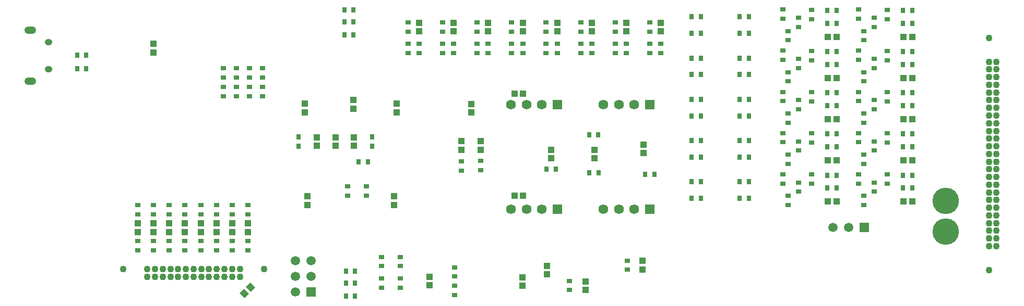
<source format=gbr>
%TF.GenerationSoftware,Altium Limited,Altium Designer,22.4.2 (48)*%
G04 Layer_Color=255*
%FSLAX45Y45*%
%MOMM*%
%TF.SameCoordinates,1579B7B8-C0FA-446B-BA7A-E71437B095E0*%
%TF.FilePolarity,Positive*%
%TF.FileFunction,Pads,Bot*%
%TF.Part,Single*%
G01*
G75*
%TA.AperFunction,SMDPad,CuDef*%
%ADD20R,1.10000X1.05000*%
%ADD21R,1.05000X1.10000*%
%ADD25R,0.90000X0.70000*%
%ADD43R,0.70000X0.90000*%
%TA.AperFunction,ComponentPad*%
%ADD74C,1.59000*%
%ADD75R,1.59000X1.59000*%
%ADD76C,1.10000*%
%ADD77C,4.30000*%
%ADD78C,1.50000*%
%ADD79R,1.50000X1.50000*%
%ADD80O,1.25000X1.05000*%
%ADD81O,1.90000X1.20000*%
%ADD82R,1.50000X1.50000*%
%TA.AperFunction,SMDPad,CuDef*%
%ADD91R,0.70000X0.85000*%
%TA.AperFunction,ConnectorPad*%
%ADD92R,0.70000X0.90000*%
%TA.AperFunction,SMDPad,CuDef*%
G04:AMPARAMS|DCode=93|XSize=1.1mm|YSize=1.05mm|CornerRadius=0mm|HoleSize=0mm|Usage=FLASHONLY|Rotation=315.000|XOffset=0mm|YOffset=0mm|HoleType=Round|Shape=Rectangle|*
%AMROTATEDRECTD93*
4,1,4,-0.76014,0.01768,-0.01768,0.76014,0.76014,-0.01768,0.01768,-0.76014,-0.76014,0.01768,0.0*
%
%ADD93ROTATEDRECTD93*%

D20*
X4170001Y2370000D02*
D03*
Y2230000D02*
D03*
X9600002Y3569999D02*
D03*
Y3429998D02*
D03*
X6100000Y3630000D02*
D03*
Y3770000D02*
D03*
X6400000Y3630000D02*
D03*
Y3770000D02*
D03*
X11080000Y1760000D02*
D03*
Y1620000D02*
D03*
X8307497Y4313751D02*
D03*
Y4173751D02*
D03*
X10300000Y3570002D02*
D03*
Y3430002D02*
D03*
X11100000Y3655000D02*
D03*
Y3515000D02*
D03*
X8140000Y3710000D02*
D03*
Y3570000D02*
D03*
X8455000Y3710000D02*
D03*
Y3570000D02*
D03*
X3150000Y5290000D02*
D03*
Y5150000D02*
D03*
X6395000Y4235000D02*
D03*
Y4375000D02*
D03*
X5650000Y2810000D02*
D03*
Y2670000D02*
D03*
X5605000Y4180000D02*
D03*
Y4320000D02*
D03*
X7090000Y4180000D02*
D03*
Y4320000D02*
D03*
X7050000Y2670000D02*
D03*
Y2810000D02*
D03*
X5800000Y3630000D02*
D03*
Y3770000D02*
D03*
X7630000Y1500991D02*
D03*
Y1360991D02*
D03*
X9535002Y1540001D02*
D03*
Y1680001D02*
D03*
X10155002Y1285001D02*
D03*
Y1425001D02*
D03*
X9135002Y1352502D02*
D03*
Y1492502D02*
D03*
X2895001Y2370000D02*
D03*
Y2230000D02*
D03*
X3150001Y2370000D02*
D03*
Y2230000D02*
D03*
X4425001Y2370000D02*
D03*
Y2230000D02*
D03*
X3660001Y2370000D02*
D03*
Y2230000D02*
D03*
X3405001Y2370000D02*
D03*
Y2230000D02*
D03*
X3915001Y2370000D02*
D03*
Y2230000D02*
D03*
X4680001Y2370000D02*
D03*
Y2230000D02*
D03*
X8579007Y5494999D02*
D03*
Y5634998D02*
D03*
X9139007Y5494999D02*
D03*
Y5634998D02*
D03*
X8019007Y5494999D02*
D03*
Y5634998D02*
D03*
X7459007D02*
D03*
Y5494999D02*
D03*
X10259007D02*
D03*
Y5634998D02*
D03*
X11379006Y5494999D02*
D03*
Y5634998D02*
D03*
X9699007Y5494999D02*
D03*
Y5634998D02*
D03*
X10819007Y5494999D02*
D03*
Y5634998D02*
D03*
D21*
X9005000Y4480000D02*
D03*
X9145000D02*
D03*
X9005000Y2825000D02*
D03*
X9145000D02*
D03*
X15455000Y3394998D02*
D03*
X15314999D02*
D03*
X14089999Y2724998D02*
D03*
X14230000D02*
D03*
X15455000Y5405000D02*
D03*
X15314999D02*
D03*
X14230005Y4064998D02*
D03*
X14089999D02*
D03*
X14230000Y3394998D02*
D03*
X14089999D02*
D03*
X14230000Y4734998D02*
D03*
X14089999D02*
D03*
X14230000Y5404998D02*
D03*
X14089999D02*
D03*
X15455000Y4064998D02*
D03*
X15314999D02*
D03*
X15455005Y2724998D02*
D03*
X15314999D02*
D03*
X15455000Y4734998D02*
D03*
X15314999D02*
D03*
D25*
X6850000Y1475000D02*
D03*
Y1325000D02*
D03*
Y1825000D02*
D03*
Y1675000D02*
D03*
X4285000Y4440000D02*
D03*
Y4590000D02*
D03*
Y4745000D02*
D03*
Y4895000D02*
D03*
X4170001Y2515000D02*
D03*
Y2665000D02*
D03*
Y1935000D02*
D03*
Y2085000D02*
D03*
X6600000Y2825000D02*
D03*
Y2975000D02*
D03*
X6300000Y2975000D02*
D03*
Y2825000D02*
D03*
X10835000Y1615000D02*
D03*
Y1765000D02*
D03*
X7150000Y1675000D02*
D03*
Y1825000D02*
D03*
Y1325000D02*
D03*
Y1475000D02*
D03*
X8140000Y3230000D02*
D03*
Y3380000D02*
D03*
X8455000Y3390000D02*
D03*
Y3240000D02*
D03*
X4495000Y4895000D02*
D03*
Y4745000D02*
D03*
Y4590000D02*
D03*
Y4440000D02*
D03*
X4705000Y4895000D02*
D03*
Y4745000D02*
D03*
Y4590000D02*
D03*
Y4440000D02*
D03*
X4915000Y4590000D02*
D03*
Y4440000D02*
D03*
Y4895000D02*
D03*
Y4745000D02*
D03*
X8030000Y1355000D02*
D03*
Y1205000D02*
D03*
X8030000Y1505000D02*
D03*
Y1655000D02*
D03*
X9895682Y1435001D02*
D03*
Y1285001D02*
D03*
X2895001Y1935000D02*
D03*
Y2085000D02*
D03*
Y2515000D02*
D03*
Y2665000D02*
D03*
X3150001Y1935000D02*
D03*
Y2085000D02*
D03*
Y2515000D02*
D03*
Y2665000D02*
D03*
X4425001Y2515000D02*
D03*
Y2665000D02*
D03*
Y1935000D02*
D03*
Y2085000D02*
D03*
X3660001Y2515000D02*
D03*
Y2665000D02*
D03*
Y1935000D02*
D03*
Y2085000D02*
D03*
X3405001Y2515000D02*
D03*
Y2665000D02*
D03*
Y1935000D02*
D03*
Y2085000D02*
D03*
X3915001Y2515000D02*
D03*
Y2665000D02*
D03*
Y1935000D02*
D03*
Y2085000D02*
D03*
X4680001Y2515000D02*
D03*
Y2665000D02*
D03*
Y1935000D02*
D03*
Y2085000D02*
D03*
X8399007Y5639997D02*
D03*
Y5490000D02*
D03*
X8579007Y5144997D02*
D03*
Y5294999D02*
D03*
X8399007Y5144997D02*
D03*
Y5294999D02*
D03*
X8959007Y5639997D02*
D03*
Y5490000D02*
D03*
X9139007Y5144997D02*
D03*
Y5294999D02*
D03*
X8959007Y5144997D02*
D03*
Y5294999D02*
D03*
X7839007Y5639997D02*
D03*
Y5490000D02*
D03*
X8019007Y5144997D02*
D03*
Y5294999D02*
D03*
X7839007Y5144997D02*
D03*
Y5294999D02*
D03*
X7279008Y5490000D02*
D03*
Y5639997D02*
D03*
X7459007Y5294999D02*
D03*
Y5144997D02*
D03*
X7279008Y5294999D02*
D03*
Y5144997D02*
D03*
X10079007Y5639997D02*
D03*
Y5490000D02*
D03*
X10259007Y5144997D02*
D03*
Y5294999D02*
D03*
X10079007Y5144997D02*
D03*
Y5294999D02*
D03*
X11199007Y5639997D02*
D03*
Y5490000D02*
D03*
X11379006Y5144997D02*
D03*
Y5294999D02*
D03*
X11199007Y5144997D02*
D03*
Y5294999D02*
D03*
X9519007Y5639997D02*
D03*
Y5490000D02*
D03*
X9699007Y5144997D02*
D03*
Y5294999D02*
D03*
X9519007Y5144997D02*
D03*
Y5294999D02*
D03*
X10639007Y5639997D02*
D03*
Y5490000D02*
D03*
X10819007Y5144997D02*
D03*
Y5294999D02*
D03*
X10639007Y5144997D02*
D03*
Y5294999D02*
D03*
X13825002Y3165001D02*
D03*
Y3015003D02*
D03*
X13615001Y2884999D02*
D03*
Y3034996D02*
D03*
X13360001Y3170001D02*
D03*
Y3020003D02*
D03*
X13445001Y2669999D02*
D03*
Y2819996D02*
D03*
X15050000Y5695000D02*
D03*
Y5844999D02*
D03*
X14839999Y5715000D02*
D03*
Y5565000D02*
D03*
X14585001Y5700000D02*
D03*
Y5849999D02*
D03*
X14670000Y5500000D02*
D03*
Y5350000D02*
D03*
X13825002Y4354998D02*
D03*
Y4504995D02*
D03*
X13615001Y4375001D02*
D03*
Y4225004D02*
D03*
X13359996Y4359998D02*
D03*
Y4509995D02*
D03*
X13445001Y4160001D02*
D03*
Y4010004D02*
D03*
X13825002Y3684998D02*
D03*
Y3835000D02*
D03*
X13615001Y3705001D02*
D03*
Y3554999D02*
D03*
X13359996Y3689998D02*
D03*
Y3840000D02*
D03*
X13445001Y3490001D02*
D03*
Y3339999D02*
D03*
X13825002Y5025003D02*
D03*
Y5175000D02*
D03*
X13615001Y5044996D02*
D03*
Y4894999D02*
D03*
X13359996Y5030003D02*
D03*
Y5180000D02*
D03*
X13445001Y4829996D02*
D03*
Y4679999D02*
D03*
X13825002Y5694998D02*
D03*
Y5845000D02*
D03*
X13615001Y5715001D02*
D03*
Y5564999D02*
D03*
X13359996Y5699998D02*
D03*
Y5850000D02*
D03*
X13445001Y5500001D02*
D03*
Y5349999D02*
D03*
X15050002Y3685003D02*
D03*
Y3835000D02*
D03*
X14840001Y3704996D02*
D03*
Y3554999D02*
D03*
X14584996Y3690003D02*
D03*
Y3840000D02*
D03*
X14670001Y3489996D02*
D03*
Y3339999D02*
D03*
X15050002Y4354998D02*
D03*
Y4505000D02*
D03*
X14840001Y4375001D02*
D03*
Y4224999D02*
D03*
X14584996Y4359998D02*
D03*
Y4510000D02*
D03*
X14670001Y4160001D02*
D03*
Y4009999D02*
D03*
X15050002Y3014998D02*
D03*
Y3164995D02*
D03*
X14840001Y3035001D02*
D03*
Y2885004D02*
D03*
X14584996Y3019998D02*
D03*
Y3169995D02*
D03*
X14670001Y2820001D02*
D03*
Y2670004D02*
D03*
X15050002Y5024998D02*
D03*
Y5175000D02*
D03*
X14840001Y5045001D02*
D03*
Y4894999D02*
D03*
X14584996Y5029998D02*
D03*
Y5180000D02*
D03*
X14670001Y4830001D02*
D03*
Y4679999D02*
D03*
D43*
X11125000Y3170000D02*
D03*
X11275000D02*
D03*
X9525000Y3250000D02*
D03*
X9675000D02*
D03*
X10365000Y3810000D02*
D03*
X10215000D02*
D03*
X10220000Y3190000D02*
D03*
X10370000Y3190000D02*
D03*
X2060000Y5105000D02*
D03*
X1910000D02*
D03*
X2060000Y4890001D02*
D03*
X1910000Y4890000D02*
D03*
X6475000Y3370000D02*
D03*
X6625000D02*
D03*
X6420000Y1190000D02*
D03*
X6270000D02*
D03*
X6420000Y1395000D02*
D03*
X6270000D02*
D03*
Y1594999D02*
D03*
X6420000D02*
D03*
X6395000Y5440000D02*
D03*
X6245000Y5440000D02*
D03*
X6395000Y5645000D02*
D03*
X6245000Y5645000D02*
D03*
X11879999Y2780000D02*
D03*
X12029999D02*
D03*
X11879999Y3050000D02*
D03*
X12029999D02*
D03*
X12659998Y2780000D02*
D03*
X12809998D02*
D03*
X12659998Y3050000D02*
D03*
X12809998D02*
D03*
X11879999Y3450000D02*
D03*
X12029999D02*
D03*
X11879999Y3720000D02*
D03*
X12029999D02*
D03*
X12659998Y3450000D02*
D03*
X12809998D02*
D03*
X12659998Y3720000D02*
D03*
X12809998D02*
D03*
X11879999Y4120000D02*
D03*
X12029999D02*
D03*
X11879999Y4390000D02*
D03*
X12029999D02*
D03*
X12659998Y4120000D02*
D03*
X12809998D02*
D03*
X12659998Y4390000D02*
D03*
X12809998D02*
D03*
X11879999Y4790000D02*
D03*
X12029999D02*
D03*
X11879999Y5060000D02*
D03*
X12029999D02*
D03*
X12659998Y4790000D02*
D03*
X12809998D02*
D03*
X12659998Y5060000D02*
D03*
X12809998D02*
D03*
X11879999Y5459999D02*
D03*
X12029999D02*
D03*
X11879999Y5729999D02*
D03*
X12029999D02*
D03*
X12659998Y5730000D02*
D03*
X12809998D02*
D03*
X12659998Y5460000D02*
D03*
X12809998D02*
D03*
X14230000Y3155001D02*
D03*
X14080003D02*
D03*
X14230000Y2945001D02*
D03*
X14080003D02*
D03*
X15305000Y5835000D02*
D03*
X15455000D02*
D03*
X15305000Y5625000D02*
D03*
X15455000D02*
D03*
X14079999Y4495001D02*
D03*
X14229996D02*
D03*
X14079999Y4285001D02*
D03*
X14229996D02*
D03*
X14079999Y3825001D02*
D03*
X14230000D02*
D03*
X14079999Y3615001D02*
D03*
X14230000D02*
D03*
X14080003Y5165001D02*
D03*
X14230000D02*
D03*
X14080003Y4955001D02*
D03*
X14230000D02*
D03*
X14079999Y5835001D02*
D03*
X14230000D02*
D03*
X14079999Y5625001D02*
D03*
X14230000D02*
D03*
X15305003Y3825001D02*
D03*
X15455000D02*
D03*
X15305003Y3615001D02*
D03*
X15455000D02*
D03*
X15304997Y4495001D02*
D03*
X15455000D02*
D03*
X15304997Y4285001D02*
D03*
X15455000D02*
D03*
X15304997Y3155001D02*
D03*
X15454996D02*
D03*
X15304997Y2945001D02*
D03*
X15454996D02*
D03*
X15304997Y5165001D02*
D03*
X15455000D02*
D03*
X15304997Y4955001D02*
D03*
X15455000D02*
D03*
D74*
X8949998Y4299999D02*
D03*
X9200000D02*
D03*
X9450002D02*
D03*
X10949999Y2600001D02*
D03*
X10699997D02*
D03*
X10450000D02*
D03*
X10950002Y4300002D02*
D03*
X10700000D02*
D03*
X10449998D02*
D03*
X8949998Y2599999D02*
D03*
X9200000D02*
D03*
X9450002D02*
D03*
D75*
X9699999Y4299999D02*
D03*
X11200001Y2600001D02*
D03*
X11199999Y4300001D02*
D03*
X9699999Y2599999D02*
D03*
D76*
X2660000Y1625000D02*
D03*
X4940001Y1625000D02*
D03*
X3050001Y1500001D02*
D03*
X3175000D02*
D03*
X3299998D02*
D03*
X3425002D02*
D03*
X3550001D02*
D03*
X3674999D02*
D03*
X3800003D02*
D03*
X3925001D02*
D03*
X4050000D02*
D03*
X4174998D02*
D03*
X4300002D02*
D03*
X4425000D02*
D03*
X4549998D02*
D03*
X3050002Y1625000D02*
D03*
X3175000D02*
D03*
X3299998D02*
D03*
X3425002D02*
D03*
X3550000D02*
D03*
X3674999D02*
D03*
X3800003D02*
D03*
X3925001D02*
D03*
X4050000D02*
D03*
X4174998D02*
D03*
X4300002D02*
D03*
X4425000D02*
D03*
X4549999D02*
D03*
X16700000Y2500000D02*
D03*
X16825000Y2375000D02*
D03*
Y2500000D02*
D03*
X16700000Y2250000D02*
D03*
X16825000D02*
D03*
X16700000Y2125000D02*
D03*
X16825000D02*
D03*
X16700000Y2375000D02*
D03*
Y2000000D02*
D03*
X16825000D02*
D03*
X16700000Y1610000D02*
D03*
Y5390000D02*
D03*
X16825000Y2625000D02*
D03*
Y2750000D02*
D03*
Y2875000D02*
D03*
Y3000000D02*
D03*
Y3125000D02*
D03*
Y3250000D02*
D03*
Y3375000D02*
D03*
Y3500000D02*
D03*
Y3625000D02*
D03*
Y3750000D02*
D03*
Y3875000D02*
D03*
Y4000000D02*
D03*
Y4125000D02*
D03*
Y4250000D02*
D03*
Y4375000D02*
D03*
Y4500000D02*
D03*
Y4625000D02*
D03*
Y4750000D02*
D03*
Y4875000D02*
D03*
Y5000000D02*
D03*
X16700000Y2625000D02*
D03*
Y2750000D02*
D03*
Y2875000D02*
D03*
Y3000000D02*
D03*
Y3125000D02*
D03*
Y3250000D02*
D03*
Y3375000D02*
D03*
Y3500000D02*
D03*
Y3625000D02*
D03*
Y3750000D02*
D03*
Y3875000D02*
D03*
Y4000000D02*
D03*
Y4125000D02*
D03*
Y4250000D02*
D03*
Y4375000D02*
D03*
Y4500000D02*
D03*
Y4625000D02*
D03*
Y4750000D02*
D03*
Y4875000D02*
D03*
Y5000000D02*
D03*
D77*
X16005000Y2740000D02*
D03*
X16005000Y2239996D02*
D03*
D78*
X14175999Y2305000D02*
D03*
X14430000D02*
D03*
X5451000Y1251000D02*
D03*
X5705000Y1505000D02*
D03*
X5451000D02*
D03*
X5705000Y1759000D02*
D03*
X5451000D02*
D03*
D79*
X14684000Y2305000D02*
D03*
D80*
X1450000Y5322500D02*
D03*
Y4877497D02*
D03*
D81*
X1150001Y4682502D02*
D03*
X1150001Y5517501D02*
D03*
D82*
X5705000Y1251000D02*
D03*
D91*
X5500000Y3622500D02*
D03*
Y3777500D02*
D03*
X6700000D02*
D03*
Y3622500D02*
D03*
D92*
X6245000Y5844999D02*
D03*
X6395000Y5844999D02*
D03*
D93*
X4719498Y1329497D02*
D03*
X4620503Y1230502D02*
D03*
%TF.MD5,48135dda4f48f05feb8dec1835facee2*%
M02*

</source>
